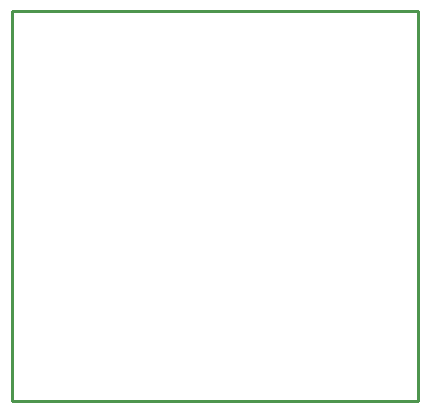
<source format=gm1>
G04*
G04 #@! TF.GenerationSoftware,Altium Limited,Altium Designer,23.5.1 (21)*
G04*
G04 Layer_Color=16711935*
%FSLAX44Y44*%
%MOMM*%
G71*
G04*
G04 #@! TF.SameCoordinates,9F5EF0EC-7799-46C5-AC4F-AA06264B0910*
G04*
G04*
G04 #@! TF.FilePolarity,Positive*
G04*
G01*
G75*
%ADD12C,0.2540*%
D12*
X1211580Y414020D02*
X1555750D01*
X1211580Y744220D02*
X1555750D01*
Y414020D02*
Y744220D01*
X1211580Y414020D02*
Y744220D01*
M02*

</source>
